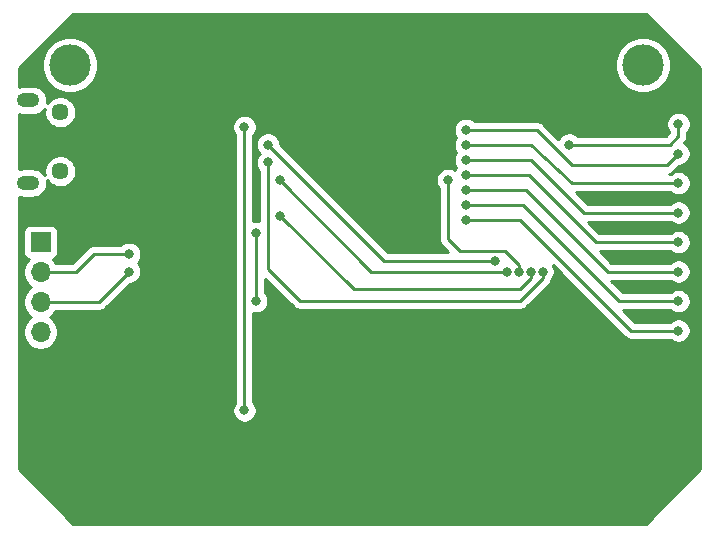
<source format=gbr>
G04 #@! TF.GenerationSoftware,KiCad,Pcbnew,(5.1.6)-1*
G04 #@! TF.CreationDate,2020-09-26T17:35:35+02:00*
G04 #@! TF.ProjectId,PacketVis,5061636b-6574-4566-9973-2e6b69636164,A01*
G04 #@! TF.SameCoordinates,Original*
G04 #@! TF.FileFunction,Copper,L2,Bot*
G04 #@! TF.FilePolarity,Positive*
%FSLAX46Y46*%
G04 Gerber Fmt 4.6, Leading zero omitted, Abs format (unit mm)*
G04 Created by KiCad (PCBNEW (5.1.6)-1) date 2020-09-26 17:35:35*
%MOMM*%
%LPD*%
G01*
G04 APERTURE LIST*
G04 #@! TA.AperFunction,ComponentPad*
%ADD10O,1.700000X1.700000*%
G04 #@! TD*
G04 #@! TA.AperFunction,ComponentPad*
%ADD11R,1.700000X1.700000*%
G04 #@! TD*
G04 #@! TA.AperFunction,ComponentPad*
%ADD12O,1.900000X1.200000*%
G04 #@! TD*
G04 #@! TA.AperFunction,ComponentPad*
%ADD13C,1.450000*%
G04 #@! TD*
G04 #@! TA.AperFunction,ViaPad*
%ADD14C,3.500000*%
G04 #@! TD*
G04 #@! TA.AperFunction,ViaPad*
%ADD15C,0.800000*%
G04 #@! TD*
G04 #@! TA.AperFunction,Conductor*
%ADD16C,0.250000*%
G04 #@! TD*
G04 #@! TA.AperFunction,Conductor*
%ADD17C,0.254000*%
G04 #@! TD*
G04 APERTURE END LIST*
D10*
X184680000Y-101620000D03*
X184680000Y-99080000D03*
X184680000Y-96540000D03*
D11*
X184680000Y-94000000D03*
D12*
X183642500Y-89000000D03*
X183642500Y-82000000D03*
D13*
X186342500Y-88000000D03*
X186342500Y-83000000D03*
D14*
X187180000Y-79000000D03*
X235680000Y-79000000D03*
D15*
X201929960Y-84250000D03*
X201930008Y-108250008D03*
X193680000Y-108500000D03*
X194680000Y-108500000D03*
X195680000Y-108500000D03*
X196680000Y-108500000D03*
X197680000Y-108500000D03*
X198680000Y-108500000D03*
X195180000Y-82500000D03*
X208580000Y-101100000D03*
X193180000Y-88250000D03*
X227680000Y-109500000D03*
X228180000Y-101500000D03*
X228680000Y-81500000D03*
X203930000Y-85749994D03*
X223180000Y-95600000D03*
X204930018Y-88750000D03*
X224180000Y-96500000D03*
X225179929Y-96512821D03*
X219180000Y-88750000D03*
X192180000Y-95000000D03*
X192180000Y-96500000D03*
X202930000Y-93250000D03*
X202930000Y-99000000D03*
X204930000Y-91749982D03*
X226180000Y-96500008D03*
X203930000Y-87250000D03*
X227180000Y-96500000D03*
X238680000Y-84000000D03*
X229429998Y-85750000D03*
X220680000Y-84500000D03*
X238680000Y-86500000D03*
X220680000Y-85770000D03*
X238680000Y-89000000D03*
X220680000Y-87040000D03*
X238680000Y-91500000D03*
X220680000Y-88310000D03*
X238680000Y-94000000D03*
X220680000Y-89580000D03*
X238680000Y-96500000D03*
X220680000Y-90850000D03*
X238680000Y-99000000D03*
X220680000Y-92120000D03*
X238680000Y-101500000D03*
D16*
X201929960Y-84250000D02*
X201929960Y-108249960D01*
X201929960Y-108249960D02*
X201930008Y-108250008D01*
X222614315Y-95600000D02*
X223180000Y-95600000D01*
X213780006Y-95600000D02*
X222614315Y-95600000D01*
X203930000Y-85749994D02*
X213780006Y-95600000D01*
X204930018Y-88750000D02*
X212680018Y-96500000D01*
X212680018Y-96500000D02*
X223614315Y-96500000D01*
X223614315Y-96500000D02*
X224180000Y-96500000D01*
X219180000Y-93750000D02*
X219180000Y-89315685D01*
X219180000Y-89315685D02*
X219180000Y-88750000D01*
X220180000Y-94750000D02*
X219180000Y-93750000D01*
X223982793Y-94750000D02*
X220180000Y-94750000D01*
X225179929Y-95947136D02*
X223982793Y-94750000D01*
X225179929Y-96512821D02*
X225179929Y-95947136D01*
X184720000Y-96500000D02*
X184680000Y-96540000D01*
X187640000Y-96540000D02*
X184680000Y-96540000D01*
X192180000Y-95000000D02*
X189180000Y-95000000D01*
X189180000Y-95000000D02*
X187640000Y-96540000D01*
X189600000Y-99080000D02*
X192180000Y-96500000D01*
X184680000Y-99080000D02*
X189600000Y-99080000D01*
X202930000Y-93250000D02*
X202930000Y-98434315D01*
X202930000Y-98434315D02*
X202930000Y-99000000D01*
X226180000Y-97065693D02*
X226180000Y-96500008D01*
X211180018Y-98000000D02*
X225245693Y-98000000D01*
X225245693Y-98000000D02*
X226180000Y-97065693D01*
X204930000Y-91749982D02*
X211180018Y-98000000D01*
X227180000Y-97065685D02*
X227180000Y-96500000D01*
X206680000Y-99000000D02*
X225245685Y-99000000D01*
X225245685Y-99000000D02*
X227180000Y-97065685D01*
X203930000Y-96250000D02*
X206680000Y-99000000D01*
X203930000Y-87250000D02*
X203930000Y-96250000D01*
X229995683Y-85750000D02*
X229429998Y-85750000D01*
X237930000Y-85750000D02*
X229995683Y-85750000D01*
X238680000Y-84000000D02*
X238680000Y-85000000D01*
X238680000Y-85000000D02*
X237930000Y-85750000D01*
X237680000Y-87500000D02*
X238680000Y-86500000D01*
X229680000Y-87500000D02*
X237680000Y-87500000D01*
X220680000Y-84500000D02*
X226680000Y-84500000D01*
X226680000Y-84500000D02*
X229680000Y-87500000D01*
X229680000Y-89000000D02*
X238680000Y-89000000D01*
X220680000Y-85770000D02*
X226180000Y-85770000D01*
X226180000Y-85770000D02*
X229680000Y-89000000D01*
X220680000Y-87040000D02*
X226220000Y-87040000D01*
X226220000Y-87040000D02*
X230680000Y-91500000D01*
X230680000Y-91500000D02*
X238680000Y-91500000D01*
X220680000Y-88310000D02*
X225990000Y-88310000D01*
X225990000Y-88310000D02*
X231680000Y-94000000D01*
X231680000Y-94000000D02*
X238680000Y-94000000D01*
X220680000Y-89580000D02*
X225760000Y-89580000D01*
X225760000Y-89580000D02*
X232680000Y-96500000D01*
X232680000Y-96500000D02*
X238680000Y-96500000D01*
X220680000Y-90850000D02*
X225530000Y-90850000D01*
X225530000Y-90850000D02*
X233680000Y-99000000D01*
X233680000Y-99000000D02*
X238680000Y-99000000D01*
X220680000Y-92120000D02*
X225300000Y-92120000D01*
X225300000Y-92120000D02*
X234680000Y-101500000D01*
X234680000Y-101500000D02*
X238680000Y-101500000D01*
D17*
G36*
X240520001Y-79273382D02*
G01*
X240520000Y-113226619D01*
X235906620Y-117840000D01*
X187453381Y-117840000D01*
X182840000Y-113226620D01*
X182840000Y-93150000D01*
X183191928Y-93150000D01*
X183191928Y-94850000D01*
X183204188Y-94974482D01*
X183240498Y-95094180D01*
X183299463Y-95204494D01*
X183378815Y-95301185D01*
X183475506Y-95380537D01*
X183585820Y-95439502D01*
X183658380Y-95461513D01*
X183526525Y-95593368D01*
X183364010Y-95836589D01*
X183252068Y-96106842D01*
X183195000Y-96393740D01*
X183195000Y-96686260D01*
X183252068Y-96973158D01*
X183364010Y-97243411D01*
X183526525Y-97486632D01*
X183733368Y-97693475D01*
X183907760Y-97810000D01*
X183733368Y-97926525D01*
X183526525Y-98133368D01*
X183364010Y-98376589D01*
X183252068Y-98646842D01*
X183195000Y-98933740D01*
X183195000Y-99226260D01*
X183252068Y-99513158D01*
X183364010Y-99783411D01*
X183526525Y-100026632D01*
X183733368Y-100233475D01*
X183907760Y-100350000D01*
X183733368Y-100466525D01*
X183526525Y-100673368D01*
X183364010Y-100916589D01*
X183252068Y-101186842D01*
X183195000Y-101473740D01*
X183195000Y-101766260D01*
X183252068Y-102053158D01*
X183364010Y-102323411D01*
X183526525Y-102566632D01*
X183733368Y-102773475D01*
X183976589Y-102935990D01*
X184246842Y-103047932D01*
X184533740Y-103105000D01*
X184826260Y-103105000D01*
X185113158Y-103047932D01*
X185383411Y-102935990D01*
X185626632Y-102773475D01*
X185833475Y-102566632D01*
X185995990Y-102323411D01*
X186107932Y-102053158D01*
X186165000Y-101766260D01*
X186165000Y-101473740D01*
X186107932Y-101186842D01*
X185995990Y-100916589D01*
X185833475Y-100673368D01*
X185626632Y-100466525D01*
X185452240Y-100350000D01*
X185626632Y-100233475D01*
X185833475Y-100026632D01*
X185958178Y-99840000D01*
X189562678Y-99840000D01*
X189600000Y-99843676D01*
X189637322Y-99840000D01*
X189637333Y-99840000D01*
X189748986Y-99829003D01*
X189892247Y-99785546D01*
X190024276Y-99714974D01*
X190140001Y-99620001D01*
X190163804Y-99590997D01*
X192219802Y-97535000D01*
X192281939Y-97535000D01*
X192481898Y-97495226D01*
X192670256Y-97417205D01*
X192839774Y-97303937D01*
X192983937Y-97159774D01*
X193097205Y-96990256D01*
X193175226Y-96801898D01*
X193215000Y-96601939D01*
X193215000Y-96398061D01*
X193175226Y-96198102D01*
X193097205Y-96009744D01*
X192983937Y-95840226D01*
X192893711Y-95750000D01*
X192983937Y-95659774D01*
X193097205Y-95490256D01*
X193175226Y-95301898D01*
X193215000Y-95101939D01*
X193215000Y-94898061D01*
X193175226Y-94698102D01*
X193097205Y-94509744D01*
X192983937Y-94340226D01*
X192839774Y-94196063D01*
X192670256Y-94082795D01*
X192481898Y-94004774D01*
X192281939Y-93965000D01*
X192078061Y-93965000D01*
X191878102Y-94004774D01*
X191689744Y-94082795D01*
X191520226Y-94196063D01*
X191476289Y-94240000D01*
X189217323Y-94240000D01*
X189180000Y-94236324D01*
X189142677Y-94240000D01*
X189142667Y-94240000D01*
X189031014Y-94250997D01*
X188902433Y-94290001D01*
X188887753Y-94294454D01*
X188755723Y-94365026D01*
X188672083Y-94433668D01*
X188639999Y-94459999D01*
X188616201Y-94488997D01*
X187325199Y-95780000D01*
X185958178Y-95780000D01*
X185833475Y-95593368D01*
X185701620Y-95461513D01*
X185774180Y-95439502D01*
X185884494Y-95380537D01*
X185981185Y-95301185D01*
X186060537Y-95204494D01*
X186119502Y-95094180D01*
X186155812Y-94974482D01*
X186168072Y-94850000D01*
X186168072Y-93150000D01*
X186155812Y-93025518D01*
X186119502Y-92905820D01*
X186060537Y-92795506D01*
X185981185Y-92698815D01*
X185884494Y-92619463D01*
X185774180Y-92560498D01*
X185654482Y-92524188D01*
X185530000Y-92511928D01*
X183830000Y-92511928D01*
X183705518Y-92524188D01*
X183585820Y-92560498D01*
X183475506Y-92619463D01*
X183378815Y-92698815D01*
X183299463Y-92795506D01*
X183240498Y-92905820D01*
X183204188Y-93025518D01*
X183191928Y-93150000D01*
X182840000Y-93150000D01*
X182840000Y-90153306D01*
X183050398Y-90217130D01*
X183231835Y-90235000D01*
X184053165Y-90235000D01*
X184234602Y-90217130D01*
X184467401Y-90146511D01*
X184681949Y-90031833D01*
X184870002Y-89877502D01*
X185024333Y-89689449D01*
X185139011Y-89474901D01*
X185209630Y-89242102D01*
X185233475Y-89000000D01*
X185209630Y-88757898D01*
X185206617Y-88747965D01*
X185286119Y-88866949D01*
X185475551Y-89056381D01*
X185698299Y-89205216D01*
X185945803Y-89307736D01*
X186208552Y-89360000D01*
X186476448Y-89360000D01*
X186739197Y-89307736D01*
X186986701Y-89205216D01*
X187209449Y-89056381D01*
X187398881Y-88866949D01*
X187547716Y-88644201D01*
X187650236Y-88396697D01*
X187702500Y-88133948D01*
X187702500Y-87866052D01*
X187650236Y-87603303D01*
X187547716Y-87355799D01*
X187398881Y-87133051D01*
X187209449Y-86943619D01*
X186986701Y-86794784D01*
X186739197Y-86692264D01*
X186476448Y-86640000D01*
X186208552Y-86640000D01*
X185945803Y-86692264D01*
X185698299Y-86794784D01*
X185475551Y-86943619D01*
X185286119Y-87133051D01*
X185137284Y-87355799D01*
X185034764Y-87603303D01*
X184982500Y-87866052D01*
X184982500Y-88133948D01*
X185015484Y-88299768D01*
X184870002Y-88122498D01*
X184681949Y-87968167D01*
X184467401Y-87853489D01*
X184234602Y-87782870D01*
X184053165Y-87765000D01*
X183231835Y-87765000D01*
X183050398Y-87782870D01*
X182840000Y-87846694D01*
X182840000Y-83153306D01*
X183050398Y-83217130D01*
X183231835Y-83235000D01*
X184053165Y-83235000D01*
X184234602Y-83217130D01*
X184467401Y-83146511D01*
X184681949Y-83031833D01*
X184870002Y-82877502D01*
X185015484Y-82700232D01*
X184982500Y-82866052D01*
X184982500Y-83133948D01*
X185034764Y-83396697D01*
X185137284Y-83644201D01*
X185286119Y-83866949D01*
X185475551Y-84056381D01*
X185698299Y-84205216D01*
X185945803Y-84307736D01*
X186208552Y-84360000D01*
X186476448Y-84360000D01*
X186739197Y-84307736D01*
X186986701Y-84205216D01*
X187072239Y-84148061D01*
X200894960Y-84148061D01*
X200894960Y-84351939D01*
X200934734Y-84551898D01*
X201012755Y-84740256D01*
X201126023Y-84909774D01*
X201169960Y-84953711D01*
X201169961Y-107546344D01*
X201126071Y-107590234D01*
X201012803Y-107759752D01*
X200934782Y-107948110D01*
X200895008Y-108148069D01*
X200895008Y-108351947D01*
X200934782Y-108551906D01*
X201012803Y-108740264D01*
X201126071Y-108909782D01*
X201270234Y-109053945D01*
X201439752Y-109167213D01*
X201628110Y-109245234D01*
X201828069Y-109285008D01*
X202031947Y-109285008D01*
X202231906Y-109245234D01*
X202420264Y-109167213D01*
X202589782Y-109053945D01*
X202733945Y-108909782D01*
X202847213Y-108740264D01*
X202925234Y-108551906D01*
X202965008Y-108351947D01*
X202965008Y-108148069D01*
X202925234Y-107948110D01*
X202847213Y-107759752D01*
X202733945Y-107590234D01*
X202689960Y-107546249D01*
X202689960Y-100007530D01*
X202828061Y-100035000D01*
X203031939Y-100035000D01*
X203231898Y-99995226D01*
X203420256Y-99917205D01*
X203589774Y-99803937D01*
X203733937Y-99659774D01*
X203847205Y-99490256D01*
X203925226Y-99301898D01*
X203965000Y-99101939D01*
X203965000Y-98898061D01*
X203925226Y-98698102D01*
X203847205Y-98509744D01*
X203733937Y-98340226D01*
X203690000Y-98296289D01*
X203690000Y-97084801D01*
X206116201Y-99511003D01*
X206139999Y-99540001D01*
X206255724Y-99634974D01*
X206387753Y-99705546D01*
X206531014Y-99749003D01*
X206642667Y-99760000D01*
X206642676Y-99760000D01*
X206679999Y-99763676D01*
X206717322Y-99760000D01*
X225208363Y-99760000D01*
X225245685Y-99763676D01*
X225283007Y-99760000D01*
X225283018Y-99760000D01*
X225394671Y-99749003D01*
X225537932Y-99705546D01*
X225669961Y-99634974D01*
X225785686Y-99540001D01*
X225809489Y-99510997D01*
X227691004Y-97629483D01*
X227720001Y-97605686D01*
X227814974Y-97489961D01*
X227885546Y-97357932D01*
X227928987Y-97214724D01*
X227983937Y-97159774D01*
X228097205Y-96990256D01*
X228175226Y-96801898D01*
X228215000Y-96601939D01*
X228215000Y-96398061D01*
X228175226Y-96198102D01*
X228097205Y-96009744D01*
X228061488Y-95956289D01*
X234116201Y-102011003D01*
X234139999Y-102040001D01*
X234255724Y-102134974D01*
X234387753Y-102205546D01*
X234531014Y-102249003D01*
X234642667Y-102260000D01*
X234642676Y-102260000D01*
X234679999Y-102263676D01*
X234717322Y-102260000D01*
X237976289Y-102260000D01*
X238020226Y-102303937D01*
X238189744Y-102417205D01*
X238378102Y-102495226D01*
X238578061Y-102535000D01*
X238781939Y-102535000D01*
X238981898Y-102495226D01*
X239170256Y-102417205D01*
X239339774Y-102303937D01*
X239483937Y-102159774D01*
X239597205Y-101990256D01*
X239675226Y-101801898D01*
X239715000Y-101601939D01*
X239715000Y-101398061D01*
X239675226Y-101198102D01*
X239597205Y-101009744D01*
X239483937Y-100840226D01*
X239339774Y-100696063D01*
X239170256Y-100582795D01*
X238981898Y-100504774D01*
X238781939Y-100465000D01*
X238578061Y-100465000D01*
X238378102Y-100504774D01*
X238189744Y-100582795D01*
X238020226Y-100696063D01*
X237976289Y-100740000D01*
X234994802Y-100740000D01*
X234014802Y-99760000D01*
X237976289Y-99760000D01*
X238020226Y-99803937D01*
X238189744Y-99917205D01*
X238378102Y-99995226D01*
X238578061Y-100035000D01*
X238781939Y-100035000D01*
X238981898Y-99995226D01*
X239170256Y-99917205D01*
X239339774Y-99803937D01*
X239483937Y-99659774D01*
X239597205Y-99490256D01*
X239675226Y-99301898D01*
X239715000Y-99101939D01*
X239715000Y-98898061D01*
X239675226Y-98698102D01*
X239597205Y-98509744D01*
X239483937Y-98340226D01*
X239339774Y-98196063D01*
X239170256Y-98082795D01*
X238981898Y-98004774D01*
X238781939Y-97965000D01*
X238578061Y-97965000D01*
X238378102Y-98004774D01*
X238189744Y-98082795D01*
X238020226Y-98196063D01*
X237976289Y-98240000D01*
X233994802Y-98240000D01*
X233014802Y-97260000D01*
X237976289Y-97260000D01*
X238020226Y-97303937D01*
X238189744Y-97417205D01*
X238378102Y-97495226D01*
X238578061Y-97535000D01*
X238781939Y-97535000D01*
X238981898Y-97495226D01*
X239170256Y-97417205D01*
X239339774Y-97303937D01*
X239483937Y-97159774D01*
X239597205Y-96990256D01*
X239675226Y-96801898D01*
X239715000Y-96601939D01*
X239715000Y-96398061D01*
X239675226Y-96198102D01*
X239597205Y-96009744D01*
X239483937Y-95840226D01*
X239339774Y-95696063D01*
X239170256Y-95582795D01*
X238981898Y-95504774D01*
X238781939Y-95465000D01*
X238578061Y-95465000D01*
X238378102Y-95504774D01*
X238189744Y-95582795D01*
X238020226Y-95696063D01*
X237976289Y-95740000D01*
X232994802Y-95740000D01*
X232014802Y-94760000D01*
X237976289Y-94760000D01*
X238020226Y-94803937D01*
X238189744Y-94917205D01*
X238378102Y-94995226D01*
X238578061Y-95035000D01*
X238781939Y-95035000D01*
X238981898Y-94995226D01*
X239170256Y-94917205D01*
X239339774Y-94803937D01*
X239483937Y-94659774D01*
X239597205Y-94490256D01*
X239675226Y-94301898D01*
X239715000Y-94101939D01*
X239715000Y-93898061D01*
X239675226Y-93698102D01*
X239597205Y-93509744D01*
X239483937Y-93340226D01*
X239339774Y-93196063D01*
X239170256Y-93082795D01*
X238981898Y-93004774D01*
X238781939Y-92965000D01*
X238578061Y-92965000D01*
X238378102Y-93004774D01*
X238189744Y-93082795D01*
X238020226Y-93196063D01*
X237976289Y-93240000D01*
X231994802Y-93240000D01*
X231014802Y-92260000D01*
X237976289Y-92260000D01*
X238020226Y-92303937D01*
X238189744Y-92417205D01*
X238378102Y-92495226D01*
X238578061Y-92535000D01*
X238781939Y-92535000D01*
X238981898Y-92495226D01*
X239170256Y-92417205D01*
X239339774Y-92303937D01*
X239483937Y-92159774D01*
X239597205Y-91990256D01*
X239675226Y-91801898D01*
X239715000Y-91601939D01*
X239715000Y-91398061D01*
X239675226Y-91198102D01*
X239597205Y-91009744D01*
X239483937Y-90840226D01*
X239339774Y-90696063D01*
X239170256Y-90582795D01*
X238981898Y-90504774D01*
X238781939Y-90465000D01*
X238578061Y-90465000D01*
X238378102Y-90504774D01*
X238189744Y-90582795D01*
X238020226Y-90696063D01*
X237976289Y-90740000D01*
X230994803Y-90740000D01*
X230014802Y-89760000D01*
X237976289Y-89760000D01*
X238020226Y-89803937D01*
X238189744Y-89917205D01*
X238378102Y-89995226D01*
X238578061Y-90035000D01*
X238781939Y-90035000D01*
X238981898Y-89995226D01*
X239170256Y-89917205D01*
X239339774Y-89803937D01*
X239483937Y-89659774D01*
X239597205Y-89490256D01*
X239675226Y-89301898D01*
X239715000Y-89101939D01*
X239715000Y-88898061D01*
X239675226Y-88698102D01*
X239597205Y-88509744D01*
X239483937Y-88340226D01*
X239339774Y-88196063D01*
X239170256Y-88082795D01*
X238981898Y-88004774D01*
X238781939Y-87965000D01*
X238578061Y-87965000D01*
X238378102Y-88004774D01*
X238189744Y-88082795D01*
X238020226Y-88196063D01*
X237976289Y-88240000D01*
X237858665Y-88240000D01*
X237972247Y-88205546D01*
X238104276Y-88134974D01*
X238220001Y-88040001D01*
X238243804Y-88010998D01*
X238719802Y-87535000D01*
X238781939Y-87535000D01*
X238981898Y-87495226D01*
X239170256Y-87417205D01*
X239339774Y-87303937D01*
X239483937Y-87159774D01*
X239597205Y-86990256D01*
X239675226Y-86801898D01*
X239715000Y-86601939D01*
X239715000Y-86398061D01*
X239675226Y-86198102D01*
X239597205Y-86009744D01*
X239483937Y-85840226D01*
X239339774Y-85696063D01*
X239171306Y-85583496D01*
X239191002Y-85563799D01*
X239220001Y-85540001D01*
X239314974Y-85424276D01*
X239385546Y-85292247D01*
X239429003Y-85148986D01*
X239440000Y-85037333D01*
X239440000Y-85037324D01*
X239443676Y-85000001D01*
X239440000Y-84962678D01*
X239440000Y-84703711D01*
X239483937Y-84659774D01*
X239597205Y-84490256D01*
X239675226Y-84301898D01*
X239715000Y-84101939D01*
X239715000Y-83898061D01*
X239675226Y-83698102D01*
X239597205Y-83509744D01*
X239483937Y-83340226D01*
X239339774Y-83196063D01*
X239170256Y-83082795D01*
X238981898Y-83004774D01*
X238781939Y-82965000D01*
X238578061Y-82965000D01*
X238378102Y-83004774D01*
X238189744Y-83082795D01*
X238020226Y-83196063D01*
X237876063Y-83340226D01*
X237762795Y-83509744D01*
X237684774Y-83698102D01*
X237645000Y-83898061D01*
X237645000Y-84101939D01*
X237684774Y-84301898D01*
X237762795Y-84490256D01*
X237876063Y-84659774D01*
X237910744Y-84694455D01*
X237615199Y-84990000D01*
X230133709Y-84990000D01*
X230089772Y-84946063D01*
X229920254Y-84832795D01*
X229731896Y-84754774D01*
X229531937Y-84715000D01*
X229328059Y-84715000D01*
X229128100Y-84754774D01*
X228939742Y-84832795D01*
X228770224Y-84946063D01*
X228626061Y-85090226D01*
X228513495Y-85258693D01*
X227243804Y-83989003D01*
X227220001Y-83959999D01*
X227104276Y-83865026D01*
X226972247Y-83794454D01*
X226828986Y-83750997D01*
X226717333Y-83740000D01*
X226717322Y-83740000D01*
X226680000Y-83736324D01*
X226642678Y-83740000D01*
X221383711Y-83740000D01*
X221339774Y-83696063D01*
X221170256Y-83582795D01*
X220981898Y-83504774D01*
X220781939Y-83465000D01*
X220578061Y-83465000D01*
X220378102Y-83504774D01*
X220189744Y-83582795D01*
X220020226Y-83696063D01*
X219876063Y-83840226D01*
X219762795Y-84009744D01*
X219684774Y-84198102D01*
X219645000Y-84398061D01*
X219645000Y-84601939D01*
X219684774Y-84801898D01*
X219762795Y-84990256D01*
X219859510Y-85135000D01*
X219762795Y-85279744D01*
X219684774Y-85468102D01*
X219645000Y-85668061D01*
X219645000Y-85871939D01*
X219684774Y-86071898D01*
X219762795Y-86260256D01*
X219859510Y-86405000D01*
X219762795Y-86549744D01*
X219684774Y-86738102D01*
X219645000Y-86938061D01*
X219645000Y-87141939D01*
X219684774Y-87341898D01*
X219762795Y-87530256D01*
X219859510Y-87675000D01*
X219762795Y-87819744D01*
X219738501Y-87878395D01*
X219670256Y-87832795D01*
X219481898Y-87754774D01*
X219281939Y-87715000D01*
X219078061Y-87715000D01*
X218878102Y-87754774D01*
X218689744Y-87832795D01*
X218520226Y-87946063D01*
X218376063Y-88090226D01*
X218262795Y-88259744D01*
X218184774Y-88448102D01*
X218145000Y-88648061D01*
X218145000Y-88851939D01*
X218184774Y-89051898D01*
X218262795Y-89240256D01*
X218376063Y-89409774D01*
X218420001Y-89453712D01*
X218420000Y-93712677D01*
X218416324Y-93750000D01*
X218420000Y-93787322D01*
X218420000Y-93787332D01*
X218430997Y-93898985D01*
X218461942Y-94000998D01*
X218474454Y-94042246D01*
X218545026Y-94174276D01*
X218584871Y-94222826D01*
X218639999Y-94290001D01*
X218669002Y-94313804D01*
X219195198Y-94840000D01*
X214094808Y-94840000D01*
X204965000Y-85710193D01*
X204965000Y-85648055D01*
X204925226Y-85448096D01*
X204847205Y-85259738D01*
X204733937Y-85090220D01*
X204589774Y-84946057D01*
X204420256Y-84832789D01*
X204231898Y-84754768D01*
X204031939Y-84714994D01*
X203828061Y-84714994D01*
X203628102Y-84754768D01*
X203439744Y-84832789D01*
X203270226Y-84946057D01*
X203126063Y-85090220D01*
X203012795Y-85259738D01*
X202934774Y-85448096D01*
X202895000Y-85648055D01*
X202895000Y-85851933D01*
X202934774Y-86051892D01*
X203012795Y-86240250D01*
X203126063Y-86409768D01*
X203216292Y-86499997D01*
X203126063Y-86590226D01*
X203012795Y-86759744D01*
X202934774Y-86948102D01*
X202895000Y-87148061D01*
X202895000Y-87351939D01*
X202934774Y-87551898D01*
X203012795Y-87740256D01*
X203126063Y-87909774D01*
X203170000Y-87953711D01*
X203170001Y-92242462D01*
X203031939Y-92215000D01*
X202828061Y-92215000D01*
X202689960Y-92242470D01*
X202689960Y-84953711D01*
X202733897Y-84909774D01*
X202847165Y-84740256D01*
X202925186Y-84551898D01*
X202964960Y-84351939D01*
X202964960Y-84148061D01*
X202925186Y-83948102D01*
X202847165Y-83759744D01*
X202733897Y-83590226D01*
X202589734Y-83446063D01*
X202420216Y-83332795D01*
X202231858Y-83254774D01*
X202031899Y-83215000D01*
X201828021Y-83215000D01*
X201628062Y-83254774D01*
X201439704Y-83332795D01*
X201270186Y-83446063D01*
X201126023Y-83590226D01*
X201012755Y-83759744D01*
X200934734Y-83948102D01*
X200894960Y-84148061D01*
X187072239Y-84148061D01*
X187209449Y-84056381D01*
X187398881Y-83866949D01*
X187547716Y-83644201D01*
X187650236Y-83396697D01*
X187702500Y-83133948D01*
X187702500Y-82866052D01*
X187650236Y-82603303D01*
X187547716Y-82355799D01*
X187398881Y-82133051D01*
X187209449Y-81943619D01*
X186986701Y-81794784D01*
X186739197Y-81692264D01*
X186476448Y-81640000D01*
X186208552Y-81640000D01*
X185945803Y-81692264D01*
X185698299Y-81794784D01*
X185475551Y-81943619D01*
X185286119Y-82133051D01*
X185206617Y-82252035D01*
X185209630Y-82242102D01*
X185233475Y-82000000D01*
X185209630Y-81757898D01*
X185139011Y-81525099D01*
X185024333Y-81310551D01*
X184870002Y-81122498D01*
X184681949Y-80968167D01*
X184467401Y-80853489D01*
X184234602Y-80782870D01*
X184053165Y-80765000D01*
X183231835Y-80765000D01*
X183050398Y-80782870D01*
X182840000Y-80846694D01*
X182840000Y-79273380D01*
X183348282Y-78765098D01*
X184795000Y-78765098D01*
X184795000Y-79234902D01*
X184886654Y-79695679D01*
X185066440Y-80129721D01*
X185327450Y-80520349D01*
X185659651Y-80852550D01*
X186050279Y-81113560D01*
X186484321Y-81293346D01*
X186945098Y-81385000D01*
X187414902Y-81385000D01*
X187875679Y-81293346D01*
X188309721Y-81113560D01*
X188700349Y-80852550D01*
X189032550Y-80520349D01*
X189293560Y-80129721D01*
X189473346Y-79695679D01*
X189565000Y-79234902D01*
X189565000Y-78765098D01*
X233295000Y-78765098D01*
X233295000Y-79234902D01*
X233386654Y-79695679D01*
X233566440Y-80129721D01*
X233827450Y-80520349D01*
X234159651Y-80852550D01*
X234550279Y-81113560D01*
X234984321Y-81293346D01*
X235445098Y-81385000D01*
X235914902Y-81385000D01*
X236375679Y-81293346D01*
X236809721Y-81113560D01*
X237200349Y-80852550D01*
X237532550Y-80520349D01*
X237793560Y-80129721D01*
X237973346Y-79695679D01*
X238065000Y-79234902D01*
X238065000Y-78765098D01*
X237973346Y-78304321D01*
X237793560Y-77870279D01*
X237532550Y-77479651D01*
X237200349Y-77147450D01*
X236809721Y-76886440D01*
X236375679Y-76706654D01*
X235914902Y-76615000D01*
X235445098Y-76615000D01*
X234984321Y-76706654D01*
X234550279Y-76886440D01*
X234159651Y-77147450D01*
X233827450Y-77479651D01*
X233566440Y-77870279D01*
X233386654Y-78304321D01*
X233295000Y-78765098D01*
X189565000Y-78765098D01*
X189473346Y-78304321D01*
X189293560Y-77870279D01*
X189032550Y-77479651D01*
X188700349Y-77147450D01*
X188309721Y-76886440D01*
X187875679Y-76706654D01*
X187414902Y-76615000D01*
X186945098Y-76615000D01*
X186484321Y-76706654D01*
X186050279Y-76886440D01*
X185659651Y-77147450D01*
X185327450Y-77479651D01*
X185066440Y-77870279D01*
X184886654Y-78304321D01*
X184795000Y-78765098D01*
X183348282Y-78765098D01*
X187453381Y-74660000D01*
X235906620Y-74660000D01*
X240520001Y-79273382D01*
G37*
X240520001Y-79273382D02*
X240520000Y-113226619D01*
X235906620Y-117840000D01*
X187453381Y-117840000D01*
X182840000Y-113226620D01*
X182840000Y-93150000D01*
X183191928Y-93150000D01*
X183191928Y-94850000D01*
X183204188Y-94974482D01*
X183240498Y-95094180D01*
X183299463Y-95204494D01*
X183378815Y-95301185D01*
X183475506Y-95380537D01*
X183585820Y-95439502D01*
X183658380Y-95461513D01*
X183526525Y-95593368D01*
X183364010Y-95836589D01*
X183252068Y-96106842D01*
X183195000Y-96393740D01*
X183195000Y-96686260D01*
X183252068Y-96973158D01*
X183364010Y-97243411D01*
X183526525Y-97486632D01*
X183733368Y-97693475D01*
X183907760Y-97810000D01*
X183733368Y-97926525D01*
X183526525Y-98133368D01*
X183364010Y-98376589D01*
X183252068Y-98646842D01*
X183195000Y-98933740D01*
X183195000Y-99226260D01*
X183252068Y-99513158D01*
X183364010Y-99783411D01*
X183526525Y-100026632D01*
X183733368Y-100233475D01*
X183907760Y-100350000D01*
X183733368Y-100466525D01*
X183526525Y-100673368D01*
X183364010Y-100916589D01*
X183252068Y-101186842D01*
X183195000Y-101473740D01*
X183195000Y-101766260D01*
X183252068Y-102053158D01*
X183364010Y-102323411D01*
X183526525Y-102566632D01*
X183733368Y-102773475D01*
X183976589Y-102935990D01*
X184246842Y-103047932D01*
X184533740Y-103105000D01*
X184826260Y-103105000D01*
X185113158Y-103047932D01*
X185383411Y-102935990D01*
X185626632Y-102773475D01*
X185833475Y-102566632D01*
X185995990Y-102323411D01*
X186107932Y-102053158D01*
X186165000Y-101766260D01*
X186165000Y-101473740D01*
X186107932Y-101186842D01*
X185995990Y-100916589D01*
X185833475Y-100673368D01*
X185626632Y-100466525D01*
X185452240Y-100350000D01*
X185626632Y-100233475D01*
X185833475Y-100026632D01*
X185958178Y-99840000D01*
X189562678Y-99840000D01*
X189600000Y-99843676D01*
X189637322Y-99840000D01*
X189637333Y-99840000D01*
X189748986Y-99829003D01*
X189892247Y-99785546D01*
X190024276Y-99714974D01*
X190140001Y-99620001D01*
X190163804Y-99590997D01*
X192219802Y-97535000D01*
X192281939Y-97535000D01*
X192481898Y-97495226D01*
X192670256Y-97417205D01*
X192839774Y-97303937D01*
X192983937Y-97159774D01*
X193097205Y-96990256D01*
X193175226Y-96801898D01*
X193215000Y-96601939D01*
X193215000Y-96398061D01*
X193175226Y-96198102D01*
X193097205Y-96009744D01*
X192983937Y-95840226D01*
X192893711Y-95750000D01*
X192983937Y-95659774D01*
X193097205Y-95490256D01*
X193175226Y-95301898D01*
X193215000Y-95101939D01*
X193215000Y-94898061D01*
X193175226Y-94698102D01*
X193097205Y-94509744D01*
X192983937Y-94340226D01*
X192839774Y-94196063D01*
X192670256Y-94082795D01*
X192481898Y-94004774D01*
X192281939Y-93965000D01*
X192078061Y-93965000D01*
X191878102Y-94004774D01*
X191689744Y-94082795D01*
X191520226Y-94196063D01*
X191476289Y-94240000D01*
X189217323Y-94240000D01*
X189180000Y-94236324D01*
X189142677Y-94240000D01*
X189142667Y-94240000D01*
X189031014Y-94250997D01*
X188902433Y-94290001D01*
X188887753Y-94294454D01*
X188755723Y-94365026D01*
X188672083Y-94433668D01*
X188639999Y-94459999D01*
X188616201Y-94488997D01*
X187325199Y-95780000D01*
X185958178Y-95780000D01*
X185833475Y-95593368D01*
X185701620Y-95461513D01*
X185774180Y-95439502D01*
X185884494Y-95380537D01*
X185981185Y-95301185D01*
X186060537Y-95204494D01*
X186119502Y-95094180D01*
X186155812Y-94974482D01*
X186168072Y-94850000D01*
X186168072Y-93150000D01*
X186155812Y-93025518D01*
X186119502Y-92905820D01*
X186060537Y-92795506D01*
X185981185Y-92698815D01*
X185884494Y-92619463D01*
X185774180Y-92560498D01*
X185654482Y-92524188D01*
X185530000Y-92511928D01*
X183830000Y-92511928D01*
X183705518Y-92524188D01*
X183585820Y-92560498D01*
X183475506Y-92619463D01*
X183378815Y-92698815D01*
X183299463Y-92795506D01*
X183240498Y-92905820D01*
X183204188Y-93025518D01*
X183191928Y-93150000D01*
X182840000Y-93150000D01*
X182840000Y-90153306D01*
X183050398Y-90217130D01*
X183231835Y-90235000D01*
X184053165Y-90235000D01*
X184234602Y-90217130D01*
X184467401Y-90146511D01*
X184681949Y-90031833D01*
X184870002Y-89877502D01*
X185024333Y-89689449D01*
X185139011Y-89474901D01*
X185209630Y-89242102D01*
X185233475Y-89000000D01*
X185209630Y-88757898D01*
X185206617Y-88747965D01*
X185286119Y-88866949D01*
X185475551Y-89056381D01*
X185698299Y-89205216D01*
X185945803Y-89307736D01*
X186208552Y-89360000D01*
X186476448Y-89360000D01*
X186739197Y-89307736D01*
X186986701Y-89205216D01*
X187209449Y-89056381D01*
X187398881Y-88866949D01*
X187547716Y-88644201D01*
X187650236Y-88396697D01*
X187702500Y-88133948D01*
X187702500Y-87866052D01*
X187650236Y-87603303D01*
X187547716Y-87355799D01*
X187398881Y-87133051D01*
X187209449Y-86943619D01*
X186986701Y-86794784D01*
X186739197Y-86692264D01*
X186476448Y-86640000D01*
X186208552Y-86640000D01*
X185945803Y-86692264D01*
X185698299Y-86794784D01*
X185475551Y-86943619D01*
X185286119Y-87133051D01*
X185137284Y-87355799D01*
X185034764Y-87603303D01*
X184982500Y-87866052D01*
X184982500Y-88133948D01*
X185015484Y-88299768D01*
X184870002Y-88122498D01*
X184681949Y-87968167D01*
X184467401Y-87853489D01*
X184234602Y-87782870D01*
X184053165Y-87765000D01*
X183231835Y-87765000D01*
X183050398Y-87782870D01*
X182840000Y-87846694D01*
X182840000Y-83153306D01*
X183050398Y-83217130D01*
X183231835Y-83235000D01*
X184053165Y-83235000D01*
X184234602Y-83217130D01*
X184467401Y-83146511D01*
X184681949Y-83031833D01*
X184870002Y-82877502D01*
X185015484Y-82700232D01*
X184982500Y-82866052D01*
X184982500Y-83133948D01*
X185034764Y-83396697D01*
X185137284Y-83644201D01*
X185286119Y-83866949D01*
X185475551Y-84056381D01*
X185698299Y-84205216D01*
X185945803Y-84307736D01*
X186208552Y-84360000D01*
X186476448Y-84360000D01*
X186739197Y-84307736D01*
X186986701Y-84205216D01*
X187072239Y-84148061D01*
X200894960Y-84148061D01*
X200894960Y-84351939D01*
X200934734Y-84551898D01*
X201012755Y-84740256D01*
X201126023Y-84909774D01*
X201169960Y-84953711D01*
X201169961Y-107546344D01*
X201126071Y-107590234D01*
X201012803Y-107759752D01*
X200934782Y-107948110D01*
X200895008Y-108148069D01*
X200895008Y-108351947D01*
X200934782Y-108551906D01*
X201012803Y-108740264D01*
X201126071Y-108909782D01*
X201270234Y-109053945D01*
X201439752Y-109167213D01*
X201628110Y-109245234D01*
X201828069Y-109285008D01*
X202031947Y-109285008D01*
X202231906Y-109245234D01*
X202420264Y-109167213D01*
X202589782Y-109053945D01*
X202733945Y-108909782D01*
X202847213Y-108740264D01*
X202925234Y-108551906D01*
X202965008Y-108351947D01*
X202965008Y-108148069D01*
X202925234Y-107948110D01*
X202847213Y-107759752D01*
X202733945Y-107590234D01*
X202689960Y-107546249D01*
X202689960Y-100007530D01*
X202828061Y-100035000D01*
X203031939Y-100035000D01*
X203231898Y-99995226D01*
X203420256Y-99917205D01*
X203589774Y-99803937D01*
X203733937Y-99659774D01*
X203847205Y-99490256D01*
X203925226Y-99301898D01*
X203965000Y-99101939D01*
X203965000Y-98898061D01*
X203925226Y-98698102D01*
X203847205Y-98509744D01*
X203733937Y-98340226D01*
X203690000Y-98296289D01*
X203690000Y-97084801D01*
X206116201Y-99511003D01*
X206139999Y-99540001D01*
X206255724Y-99634974D01*
X206387753Y-99705546D01*
X206531014Y-99749003D01*
X206642667Y-99760000D01*
X206642676Y-99760000D01*
X206679999Y-99763676D01*
X206717322Y-99760000D01*
X225208363Y-99760000D01*
X225245685Y-99763676D01*
X225283007Y-99760000D01*
X225283018Y-99760000D01*
X225394671Y-99749003D01*
X225537932Y-99705546D01*
X225669961Y-99634974D01*
X225785686Y-99540001D01*
X225809489Y-99510997D01*
X227691004Y-97629483D01*
X227720001Y-97605686D01*
X227814974Y-97489961D01*
X227885546Y-97357932D01*
X227928987Y-97214724D01*
X227983937Y-97159774D01*
X228097205Y-96990256D01*
X228175226Y-96801898D01*
X228215000Y-96601939D01*
X228215000Y-96398061D01*
X228175226Y-96198102D01*
X228097205Y-96009744D01*
X228061488Y-95956289D01*
X234116201Y-102011003D01*
X234139999Y-102040001D01*
X234255724Y-102134974D01*
X234387753Y-102205546D01*
X234531014Y-102249003D01*
X234642667Y-102260000D01*
X234642676Y-102260000D01*
X234679999Y-102263676D01*
X234717322Y-102260000D01*
X237976289Y-102260000D01*
X238020226Y-102303937D01*
X238189744Y-102417205D01*
X238378102Y-102495226D01*
X238578061Y-102535000D01*
X238781939Y-102535000D01*
X238981898Y-102495226D01*
X239170256Y-102417205D01*
X239339774Y-102303937D01*
X239483937Y-102159774D01*
X239597205Y-101990256D01*
X239675226Y-101801898D01*
X239715000Y-101601939D01*
X239715000Y-101398061D01*
X239675226Y-101198102D01*
X239597205Y-101009744D01*
X239483937Y-100840226D01*
X239339774Y-100696063D01*
X239170256Y-100582795D01*
X238981898Y-100504774D01*
X238781939Y-100465000D01*
X238578061Y-100465000D01*
X238378102Y-100504774D01*
X238189744Y-100582795D01*
X238020226Y-100696063D01*
X237976289Y-100740000D01*
X234994802Y-100740000D01*
X234014802Y-99760000D01*
X237976289Y-99760000D01*
X238020226Y-99803937D01*
X238189744Y-99917205D01*
X238378102Y-99995226D01*
X238578061Y-100035000D01*
X238781939Y-100035000D01*
X238981898Y-99995226D01*
X239170256Y-99917205D01*
X239339774Y-99803937D01*
X239483937Y-99659774D01*
X239597205Y-99490256D01*
X239675226Y-99301898D01*
X239715000Y-99101939D01*
X239715000Y-98898061D01*
X239675226Y-98698102D01*
X239597205Y-98509744D01*
X239483937Y-98340226D01*
X239339774Y-98196063D01*
X239170256Y-98082795D01*
X238981898Y-98004774D01*
X238781939Y-97965000D01*
X238578061Y-97965000D01*
X238378102Y-98004774D01*
X238189744Y-98082795D01*
X238020226Y-98196063D01*
X237976289Y-98240000D01*
X233994802Y-98240000D01*
X233014802Y-97260000D01*
X237976289Y-97260000D01*
X238020226Y-97303937D01*
X238189744Y-97417205D01*
X238378102Y-97495226D01*
X238578061Y-97535000D01*
X238781939Y-97535000D01*
X238981898Y-97495226D01*
X239170256Y-97417205D01*
X239339774Y-97303937D01*
X239483937Y-97159774D01*
X239597205Y-96990256D01*
X239675226Y-96801898D01*
X239715000Y-96601939D01*
X239715000Y-96398061D01*
X239675226Y-96198102D01*
X239597205Y-96009744D01*
X239483937Y-95840226D01*
X239339774Y-95696063D01*
X239170256Y-95582795D01*
X238981898Y-95504774D01*
X238781939Y-95465000D01*
X238578061Y-95465000D01*
X238378102Y-95504774D01*
X238189744Y-95582795D01*
X238020226Y-95696063D01*
X237976289Y-95740000D01*
X232994802Y-95740000D01*
X232014802Y-94760000D01*
X237976289Y-94760000D01*
X238020226Y-94803937D01*
X238189744Y-94917205D01*
X238378102Y-94995226D01*
X238578061Y-95035000D01*
X238781939Y-95035000D01*
X238981898Y-94995226D01*
X239170256Y-94917205D01*
X239339774Y-94803937D01*
X239483937Y-94659774D01*
X239597205Y-94490256D01*
X239675226Y-94301898D01*
X239715000Y-94101939D01*
X239715000Y-93898061D01*
X239675226Y-93698102D01*
X239597205Y-93509744D01*
X239483937Y-93340226D01*
X239339774Y-93196063D01*
X239170256Y-93082795D01*
X238981898Y-93004774D01*
X238781939Y-92965000D01*
X238578061Y-92965000D01*
X238378102Y-93004774D01*
X238189744Y-93082795D01*
X238020226Y-93196063D01*
X237976289Y-93240000D01*
X231994802Y-93240000D01*
X231014802Y-92260000D01*
X237976289Y-92260000D01*
X238020226Y-92303937D01*
X238189744Y-92417205D01*
X238378102Y-92495226D01*
X238578061Y-92535000D01*
X238781939Y-92535000D01*
X238981898Y-92495226D01*
X239170256Y-92417205D01*
X239339774Y-92303937D01*
X239483937Y-92159774D01*
X239597205Y-91990256D01*
X239675226Y-91801898D01*
X239715000Y-91601939D01*
X239715000Y-91398061D01*
X239675226Y-91198102D01*
X239597205Y-91009744D01*
X239483937Y-90840226D01*
X239339774Y-90696063D01*
X239170256Y-90582795D01*
X238981898Y-90504774D01*
X238781939Y-90465000D01*
X238578061Y-90465000D01*
X238378102Y-90504774D01*
X238189744Y-90582795D01*
X238020226Y-90696063D01*
X237976289Y-90740000D01*
X230994803Y-90740000D01*
X230014802Y-89760000D01*
X237976289Y-89760000D01*
X238020226Y-89803937D01*
X238189744Y-89917205D01*
X238378102Y-89995226D01*
X238578061Y-90035000D01*
X238781939Y-90035000D01*
X238981898Y-89995226D01*
X239170256Y-89917205D01*
X239339774Y-89803937D01*
X239483937Y-89659774D01*
X239597205Y-89490256D01*
X239675226Y-89301898D01*
X239715000Y-89101939D01*
X239715000Y-88898061D01*
X239675226Y-88698102D01*
X239597205Y-88509744D01*
X239483937Y-88340226D01*
X239339774Y-88196063D01*
X239170256Y-88082795D01*
X238981898Y-88004774D01*
X238781939Y-87965000D01*
X238578061Y-87965000D01*
X238378102Y-88004774D01*
X238189744Y-88082795D01*
X238020226Y-88196063D01*
X237976289Y-88240000D01*
X237858665Y-88240000D01*
X237972247Y-88205546D01*
X238104276Y-88134974D01*
X238220001Y-88040001D01*
X238243804Y-88010998D01*
X238719802Y-87535000D01*
X238781939Y-87535000D01*
X238981898Y-87495226D01*
X239170256Y-87417205D01*
X239339774Y-87303937D01*
X239483937Y-87159774D01*
X239597205Y-86990256D01*
X239675226Y-86801898D01*
X239715000Y-86601939D01*
X239715000Y-86398061D01*
X239675226Y-86198102D01*
X239597205Y-86009744D01*
X239483937Y-85840226D01*
X239339774Y-85696063D01*
X239171306Y-85583496D01*
X239191002Y-85563799D01*
X239220001Y-85540001D01*
X239314974Y-85424276D01*
X239385546Y-85292247D01*
X239429003Y-85148986D01*
X239440000Y-85037333D01*
X239440000Y-85037324D01*
X239443676Y-85000001D01*
X239440000Y-84962678D01*
X239440000Y-84703711D01*
X239483937Y-84659774D01*
X239597205Y-84490256D01*
X239675226Y-84301898D01*
X239715000Y-84101939D01*
X239715000Y-83898061D01*
X239675226Y-83698102D01*
X239597205Y-83509744D01*
X239483937Y-83340226D01*
X239339774Y-83196063D01*
X239170256Y-83082795D01*
X238981898Y-83004774D01*
X238781939Y-82965000D01*
X238578061Y-82965000D01*
X238378102Y-83004774D01*
X238189744Y-83082795D01*
X238020226Y-83196063D01*
X237876063Y-83340226D01*
X237762795Y-83509744D01*
X237684774Y-83698102D01*
X237645000Y-83898061D01*
X237645000Y-84101939D01*
X237684774Y-84301898D01*
X237762795Y-84490256D01*
X237876063Y-84659774D01*
X237910744Y-84694455D01*
X237615199Y-84990000D01*
X230133709Y-84990000D01*
X230089772Y-84946063D01*
X229920254Y-84832795D01*
X229731896Y-84754774D01*
X229531937Y-84715000D01*
X229328059Y-84715000D01*
X229128100Y-84754774D01*
X228939742Y-84832795D01*
X228770224Y-84946063D01*
X228626061Y-85090226D01*
X228513495Y-85258693D01*
X227243804Y-83989003D01*
X227220001Y-83959999D01*
X227104276Y-83865026D01*
X226972247Y-83794454D01*
X226828986Y-83750997D01*
X226717333Y-83740000D01*
X226717322Y-83740000D01*
X226680000Y-83736324D01*
X226642678Y-83740000D01*
X221383711Y-83740000D01*
X221339774Y-83696063D01*
X221170256Y-83582795D01*
X220981898Y-83504774D01*
X220781939Y-83465000D01*
X220578061Y-83465000D01*
X220378102Y-83504774D01*
X220189744Y-83582795D01*
X220020226Y-83696063D01*
X219876063Y-83840226D01*
X219762795Y-84009744D01*
X219684774Y-84198102D01*
X219645000Y-84398061D01*
X219645000Y-84601939D01*
X219684774Y-84801898D01*
X219762795Y-84990256D01*
X219859510Y-85135000D01*
X219762795Y-85279744D01*
X219684774Y-85468102D01*
X219645000Y-85668061D01*
X219645000Y-85871939D01*
X219684774Y-86071898D01*
X219762795Y-86260256D01*
X219859510Y-86405000D01*
X219762795Y-86549744D01*
X219684774Y-86738102D01*
X219645000Y-86938061D01*
X219645000Y-87141939D01*
X219684774Y-87341898D01*
X219762795Y-87530256D01*
X219859510Y-87675000D01*
X219762795Y-87819744D01*
X219738501Y-87878395D01*
X219670256Y-87832795D01*
X219481898Y-87754774D01*
X219281939Y-87715000D01*
X219078061Y-87715000D01*
X218878102Y-87754774D01*
X218689744Y-87832795D01*
X218520226Y-87946063D01*
X218376063Y-88090226D01*
X218262795Y-88259744D01*
X218184774Y-88448102D01*
X218145000Y-88648061D01*
X218145000Y-88851939D01*
X218184774Y-89051898D01*
X218262795Y-89240256D01*
X218376063Y-89409774D01*
X218420001Y-89453712D01*
X218420000Y-93712677D01*
X218416324Y-93750000D01*
X218420000Y-93787322D01*
X218420000Y-93787332D01*
X218430997Y-93898985D01*
X218461942Y-94000998D01*
X218474454Y-94042246D01*
X218545026Y-94174276D01*
X218584871Y-94222826D01*
X218639999Y-94290001D01*
X218669002Y-94313804D01*
X219195198Y-94840000D01*
X214094808Y-94840000D01*
X204965000Y-85710193D01*
X204965000Y-85648055D01*
X204925226Y-85448096D01*
X204847205Y-85259738D01*
X204733937Y-85090220D01*
X204589774Y-84946057D01*
X204420256Y-84832789D01*
X204231898Y-84754768D01*
X204031939Y-84714994D01*
X203828061Y-84714994D01*
X203628102Y-84754768D01*
X203439744Y-84832789D01*
X203270226Y-84946057D01*
X203126063Y-85090220D01*
X203012795Y-85259738D01*
X202934774Y-85448096D01*
X202895000Y-85648055D01*
X202895000Y-85851933D01*
X202934774Y-86051892D01*
X203012795Y-86240250D01*
X203126063Y-86409768D01*
X203216292Y-86499997D01*
X203126063Y-86590226D01*
X203012795Y-86759744D01*
X202934774Y-86948102D01*
X202895000Y-87148061D01*
X202895000Y-87351939D01*
X202934774Y-87551898D01*
X203012795Y-87740256D01*
X203126063Y-87909774D01*
X203170000Y-87953711D01*
X203170001Y-92242462D01*
X203031939Y-92215000D01*
X202828061Y-92215000D01*
X202689960Y-92242470D01*
X202689960Y-84953711D01*
X202733897Y-84909774D01*
X202847165Y-84740256D01*
X202925186Y-84551898D01*
X202964960Y-84351939D01*
X202964960Y-84148061D01*
X202925186Y-83948102D01*
X202847165Y-83759744D01*
X202733897Y-83590226D01*
X202589734Y-83446063D01*
X202420216Y-83332795D01*
X202231858Y-83254774D01*
X202031899Y-83215000D01*
X201828021Y-83215000D01*
X201628062Y-83254774D01*
X201439704Y-83332795D01*
X201270186Y-83446063D01*
X201126023Y-83590226D01*
X201012755Y-83759744D01*
X200934734Y-83948102D01*
X200894960Y-84148061D01*
X187072239Y-84148061D01*
X187209449Y-84056381D01*
X187398881Y-83866949D01*
X187547716Y-83644201D01*
X187650236Y-83396697D01*
X187702500Y-83133948D01*
X187702500Y-82866052D01*
X187650236Y-82603303D01*
X187547716Y-82355799D01*
X187398881Y-82133051D01*
X187209449Y-81943619D01*
X186986701Y-81794784D01*
X186739197Y-81692264D01*
X186476448Y-81640000D01*
X186208552Y-81640000D01*
X185945803Y-81692264D01*
X185698299Y-81794784D01*
X185475551Y-81943619D01*
X185286119Y-82133051D01*
X185206617Y-82252035D01*
X185209630Y-82242102D01*
X185233475Y-82000000D01*
X185209630Y-81757898D01*
X185139011Y-81525099D01*
X185024333Y-81310551D01*
X184870002Y-81122498D01*
X184681949Y-80968167D01*
X184467401Y-80853489D01*
X184234602Y-80782870D01*
X184053165Y-80765000D01*
X183231835Y-80765000D01*
X183050398Y-80782870D01*
X182840000Y-80846694D01*
X182840000Y-79273380D01*
X183348282Y-78765098D01*
X184795000Y-78765098D01*
X184795000Y-79234902D01*
X184886654Y-79695679D01*
X185066440Y-80129721D01*
X185327450Y-80520349D01*
X185659651Y-80852550D01*
X186050279Y-81113560D01*
X186484321Y-81293346D01*
X186945098Y-81385000D01*
X187414902Y-81385000D01*
X187875679Y-81293346D01*
X188309721Y-81113560D01*
X188700349Y-80852550D01*
X189032550Y-80520349D01*
X189293560Y-80129721D01*
X189473346Y-79695679D01*
X189565000Y-79234902D01*
X189565000Y-78765098D01*
X233295000Y-78765098D01*
X233295000Y-79234902D01*
X233386654Y-79695679D01*
X233566440Y-80129721D01*
X233827450Y-80520349D01*
X234159651Y-80852550D01*
X234550279Y-81113560D01*
X234984321Y-81293346D01*
X235445098Y-81385000D01*
X235914902Y-81385000D01*
X236375679Y-81293346D01*
X236809721Y-81113560D01*
X237200349Y-80852550D01*
X237532550Y-80520349D01*
X237793560Y-80129721D01*
X237973346Y-79695679D01*
X238065000Y-79234902D01*
X238065000Y-78765098D01*
X237973346Y-78304321D01*
X237793560Y-77870279D01*
X237532550Y-77479651D01*
X237200349Y-77147450D01*
X236809721Y-76886440D01*
X236375679Y-76706654D01*
X235914902Y-76615000D01*
X235445098Y-76615000D01*
X234984321Y-76706654D01*
X234550279Y-76886440D01*
X234159651Y-77147450D01*
X233827450Y-77479651D01*
X233566440Y-77870279D01*
X233386654Y-78304321D01*
X233295000Y-78765098D01*
X189565000Y-78765098D01*
X189473346Y-78304321D01*
X189293560Y-77870279D01*
X189032550Y-77479651D01*
X188700349Y-77147450D01*
X188309721Y-76886440D01*
X187875679Y-76706654D01*
X187414902Y-76615000D01*
X186945098Y-76615000D01*
X186484321Y-76706654D01*
X186050279Y-76886440D01*
X185659651Y-77147450D01*
X185327450Y-77479651D01*
X185066440Y-77870279D01*
X184886654Y-78304321D01*
X184795000Y-78765098D01*
X183348282Y-78765098D01*
X187453381Y-74660000D01*
X235906620Y-74660000D01*
X240520001Y-79273382D01*
M02*

</source>
